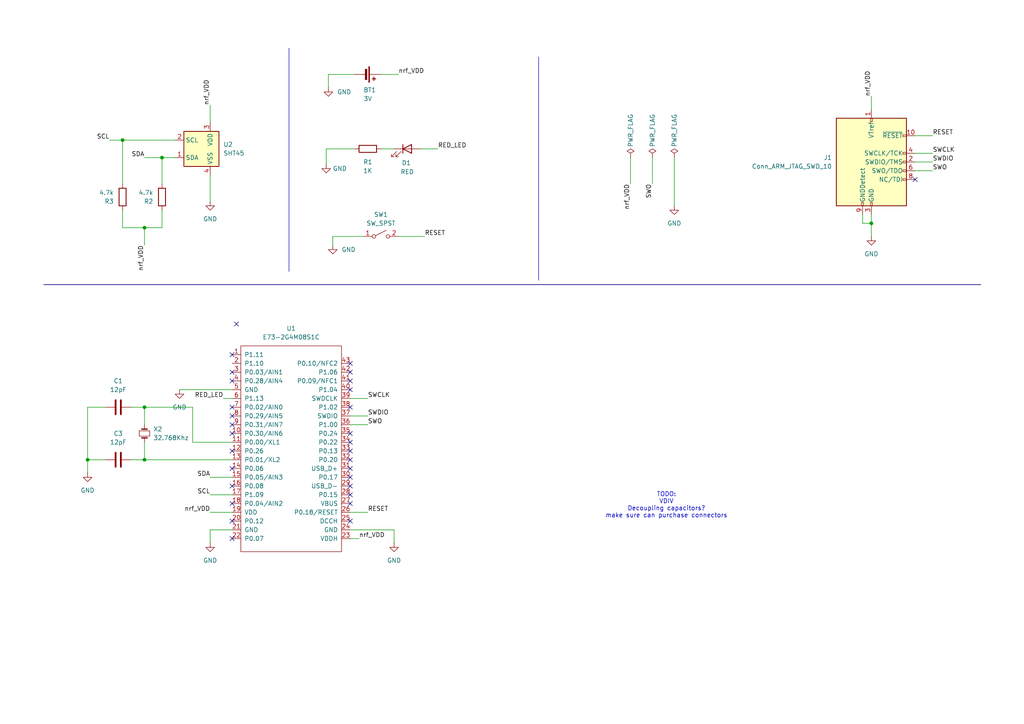
<source format=kicad_sch>
(kicad_sch (version 20231120) (generator "eeschema") (generator_version "8.0")
  (paper "A4")
  (title_block (title "Yuzu") (date "2024-04-22") (rev "0"))
  (lib_symbols
    (symbol "Connector:Conn_ARM_JTAG_SWD_10" (pin_names (offset 1.016))
      (property "Reference" "J" (at -2.54 16.51 0))
      (property "Value" "Conn_ARM_JTAG_SWD_10" (at -2.54 13.97 0))
      (symbol "Conn_ARM_JTAG_SWD_10_0_1"
        (rectangle (start -10.16 12.7) (end 10.16 -12.7) (stroke (width 0.254)) (fill (type background)))
        (rectangle (start -2.794 -12.7) (end -2.286 -11.684))
        (rectangle (start -0.254 -12.7) (end 0.254 -11.684))
        (rectangle (start -0.254 12.7) (end 0.254 11.684))
        (rectangle (start 9.144 2.286) (end 10.16 2.794))
        (rectangle (start 10.16 -2.794) (end 9.144 -2.286))
        (rectangle (start 10.16 -0.254) (end 9.144 0.254))
        (rectangle (start 10.16 7.874) (end 9.144 7.366))
      )
      (symbol "Conn_ARM_JTAG_SWD_10_1_1"
        (rectangle (start 9.144 -5.334) (end 10.16 -4.826))
        (pin power_in line (at 0 15.24 270) (length 2.54) (name "VTref") (number "1"))
        (pin open_collector line (at 12.7 7.62 180) (length 2.54) (name "~{RESET}") (number "10"))
        (pin bidirectional line (at 12.7 0 180) (length 2.54) (name "SWDIO/TMS") (number "2"))
        (pin power_in line (at 0 -15.24 90) (length 2.54) (name "GND") (number "3"))
        (pin output line (at 12.7 2.54 180) (length 2.54) (name "SWCLK/TCK") (number "4"))
        (pin passive line (at 0 -15.24 90) (length 2.54) hide (name "GND") (number "5"))
        (pin input line (at 12.7 -2.54 180) (length 2.54) (name "SWO/TDO") (number "6"))
        (pin no_connect line (at -10.16 0 0) (length 2.54) hide (name "KEY") (number "7"))
        (pin output line (at 12.7 -5.08 180) (length 2.54) (name "NC/TDI") (number "8"))
        (pin passive line (at -2.54 -15.24 90) (length 2.54) (name "GNDDetect") (number "9"))
      )
    )
    (symbol "Device:Battery_Cell" (pin_numbers hide) (pin_names (offset 0) hide)
      (property "Reference" "BT" (at 2.54 2.54 0))
      (property "Value" "Battery_Cell" (at 2.54 0 0))
      (symbol "Battery_Cell_0_1"
        (rectangle (start -2.286 1.778) (end 2.286 1.524) (fill (type outline)))
        (rectangle (start -1.524 1.016) (end 1.524 0.508) (fill (type outline)))
        (polyline (pts (xy 0 0.762) (xy 0 0)))
        (polyline (pts (xy 0 1.778) (xy 0 2.54)))
        (polyline (pts (xy 0.762 3.048) (xy 1.778 3.048)) (stroke (width 0.254)))
        (polyline (pts (xy 1.27 3.556) (xy 1.27 2.54)) (stroke (width 0.254)))
      )
      (symbol "Battery_Cell_1_1"
        (pin passive line (at 0 5.08 270) (length 2.54) (name "+") (number "1"))
        (pin passive line (at 0 -2.54 90) (length 2.54) (name "-") (number "2"))
      )
    )
    (symbol "Device:C" (pin_numbers hide) (pin_names (offset 0.254))
      (property "Reference" "C" (at 0.635 2.54 0))
      (property "Value" "C" (at 0.635 -2.54 0))
      (symbol "C_0_1"
        (polyline (pts (xy -2.032 -0.762) (xy 2.032 -0.762)) (stroke (width 0.508)))
        (polyline (pts (xy -2.032 0.762) (xy 2.032 0.762)) (stroke (width 0.508)))
      )
      (symbol "C_1_1"
        (pin passive line (at 0 3.81 270) (length 2.794) (name "~") (number "1"))
        (pin passive line (at 0 -3.81 90) (length 2.794) (name "~") (number "2"))
      )
    )
    (symbol "Device:Crystal_Small" (pin_numbers hide) (pin_names (offset 1.016) hide)
      (property "Reference" "Y" (at 0 2.54 0))
      (property "Value" "Crystal_Small" (at 0 -2.54 0))
      (symbol "Crystal_Small_0_1"
        (rectangle (start -0.762 -1.524) (end 0.762 1.524))
        (polyline (pts (xy -1.27 -0.762) (xy -1.27 0.762)) (stroke (width 0.381)))
        (polyline (pts (xy 1.27 -0.762) (xy 1.27 0.762)) (stroke (width 0.381)))
      )
      (symbol "Crystal_Small_1_1"
        (pin passive line (at -2.54 0 0) (length 1.27) (name "1") (number "1"))
        (pin passive line (at 2.54 0 180) (length 1.27) (name "2") (number "2"))
      )
    )
    (symbol "Device:LED" (pin_numbers hide) (pin_names (offset 1.016) hide)
      (property "Reference" "D" (at 0 2.54 0))
      (property "Value" "LED" (at 0 -2.54 0))
      (symbol "LED_0_1"
        (polyline (pts (xy -1.27 -1.27) (xy -1.27 1.27)) (stroke (width 0.254)))
        (polyline (pts (xy -1.27 0) (xy 1.27 0)))
        (polyline (pts (xy 1.27 -1.27) (xy 1.27 1.27) (xy -1.27 0) (xy 1.27 -1.27)) (stroke (width 0.254)))
        (polyline (pts (xy -3.048 -0.762) (xy -4.572 -2.286) (xy -3.81 -2.286) (xy -4.572 -2.286) (xy -4.572 -1.524)))
        (polyline (pts (xy -1.778 -0.762) (xy -3.302 -2.286) (xy -2.54 -2.286) (xy -3.302 -2.286) (xy -3.302 -1.524)))
      )
      (symbol "LED_1_1"
        (pin passive line (at -3.81 0 0) (length 2.54) (name "K") (number "1"))
        (pin passive line (at 3.81 0 180) (length 2.54) (name "A") (number "2"))
      )
    )
    (symbol "Device:R" (pin_numbers hide) (pin_names (offset 0))
      (property "Reference" "R" (at 2.032 0 90))
      (property "Value" "R" (at 0 0 90))
      (symbol "R_0_1"
        (rectangle (start -1.016 -2.54) (end 1.016 2.54) (stroke (width 0.254)))
      )
      (symbol "R_1_1"
        (pin passive line (at 0 3.81 270) (length 1.27) (name "~") (number "1"))
        (pin passive line (at 0 -3.81 90) (length 1.27) (name "~") (number "2"))
      )
    )
    (symbol "Sensor_Humidity:SHT4x"
      (property "Reference" "U" (at 0 8.89 0))
      (property "Value" "SHT4x" (at 0 6.35 0))
      (symbol "SHT4x_1_1"
        (rectangle (start -5.08 5.08) (end 5.08 -5.08) (stroke (width 0.254)) (fill (type background)))
        (pin bidirectional line (at -7.62 -2.54 0) (length 2.54) (name "SDA") (number "1"))
        (pin input line (at -7.62 2.54 0) (length 2.54) (name "SCL") (number "2"))
        (pin power_in line (at 2.54 7.62 270) (length 2.54) (name "VDD") (number "3"))
        (pin power_in line (at 2.54 -7.62 90) (length 2.54) (name "VSS") (number "4"))
      )
    )
    (symbol "Switch:SW_SPST" (pin_names (offset 0) hide)
      (property "Reference" "SW" (at 0 3.175 0))
      (property "Value" "SW_SPST" (at 0 -2.54 0))
      (symbol "SW_SPST_0_0"
        (circle (center -2.032 0) (radius 0.508))
        (polyline (pts (xy -1.524 0.254) (xy 1.524 1.778)))
        (circle (center 2.032 0) (radius 0.508))
      )
      (symbol "SW_SPST_1_1"
        (pin passive line (at -5.08 0 0) (length 2.54) (name "A") (number "1"))
        (pin passive line (at 5.08 0 180) (length 2.54) (name "B") (number "2"))
      )
    )
    (symbol "e73:E73-2G4M08S1C-52840" (pin_names (offset 1.016))
      (property "Reference" "U1" (at -0.635 34.671 0))
      (property "Value" "E73-2G4M08S1C" (at -0.635 32.3596 0))
      (symbol "E73-2G4M08S1C-52840_0_1"
        (rectangle (start -15.24 30.48) (end 13.97 -29.21))
      )
      (symbol "E73-2G4M08S1C-52840_1_1"
        (pin input line (at -17.78 27.94 0) (length 2.54) (name "P1.11") (number "1"))
        (pin input line (at -17.78 5.08 0) (length 2.54) (name "P0.30/AIN6") (number "10"))
        (pin input line (at -17.78 2.54 0) (length 2.54) (name "P0.00/XL1") (number "11"))
        (pin input line (at -17.78 0 0) (length 2.54) (name "P0.26") (number "12"))
        (pin input line (at -17.78 -2.54 0) (length 2.54) (name "P0.01/XL2") (number "13"))
        (pin input line (at -17.78 -5.08 0) (length 2.54) (name "P0.06") (number "14"))
        (pin input line (at -17.78 -7.62 0) (length 2.54) (name "P0.05/AIN3") (number "15"))
        (pin input line (at -17.78 -10.16 0) (length 2.54) (name "P0.08") (number "16"))
        (pin input line (at -17.78 -12.7 0) (length 2.54) (name "P1.09") (number "17"))
        (pin input line (at -17.78 -15.24 0) (length 2.54) (name "P0.04/AIN2") (number "18"))
        (pin power_in line (at -17.78 -17.78 0) (length 2.54) (name "VDD") (number "19"))
        (pin input line (at -17.78 25.4 0) (length 2.54) (name "P1.10") (number "2"))
        (pin input line (at -17.78 -20.32 0) (length 2.54) (name "P0.12") (number "20"))
        (pin power_in line (at -17.78 -22.86 0) (length 2.54) (name "GND") (number "21"))
        (pin input line (at -17.78 -25.4 0) (length 2.54) (name "P0.07") (number "22"))
        (pin power_in line (at 16.51 -25.4 180) (length 2.54) (name "VDDH") (number "23"))
        (pin power_in line (at 16.51 -22.86 180) (length 2.54) (name "GND") (number "24"))
        (pin power_out line (at 16.51 -20.32 180) (length 2.54) (name "DCCH") (number "25"))
        (pin input line (at 16.51 -17.78 180) (length 2.54) (name "P0.18/RESET") (number "26"))
        (pin power_in line (at 16.51 -15.24 180) (length 2.54) (name "VBUS") (number "27"))
        (pin power_in line (at 16.51 -12.7 180) (length 2.54) (name "P0.15") (number "28"))
        (pin input line (at 16.51 -10.16 180) (length 2.54) (name "USB_D-") (number "29"))
        (pin input line (at -17.78 22.86 0) (length 2.54) (name "P0.03/AIN1") (number "3"))
        (pin input line (at 16.51 -7.62 180) (length 2.54) (name "P0.17") (number "30"))
        (pin input line (at 16.51 -5.08 180) (length 2.54) (name "USB_D+") (number "31"))
        (pin input line (at 16.51 -2.54 180) (length 2.54) (name "P0.20") (number "32"))
        (pin input line (at 16.51 0 180) (length 2.54) (name "P0.13") (number "33"))
        (pin input line (at 16.51 2.54 180) (length 2.54) (name "P0.22") (number "34"))
        (pin input line (at 16.51 5.08 180) (length 2.54) (name "P0.24") (number "35"))
        (pin input line (at 16.51 7.62 180) (length 2.54) (name "P1.00") (number "36"))
        (pin input line (at 16.51 10.16 180) (length 2.54) (name "SWDIO") (number "37"))
        (pin input line (at 16.51 12.7 180) (length 2.54) (name "P1.02") (number "38"))
        (pin input line (at 16.51 15.24 180) (length 2.54) (name "SWDCLK") (number "39"))
        (pin input line (at -17.78 20.32 0) (length 2.54) (name "P0.28/AIN4") (number "4"))
        (pin input line (at 16.51 17.78 180) (length 2.54) (name "P1.04") (number "40"))
        (pin input line (at 16.51 20.32 180) (length 2.54) (name "P0.09/NFC1") (number "41"))
        (pin input line (at 16.51 22.86 180) (length 2.54) (name "P1.06") (number "42"))
        (pin input line (at 16.51 25.4 180) (length 2.54) (name "P0.10/NFC2") (number "43"))
        (pin power_in line (at -17.78 17.78 0) (length 2.54) (name "GND") (number "5"))
        (pin input line (at -17.78 15.24 0) (length 2.54) (name "P1.13") (number "6"))
        (pin input line (at -17.78 12.7 0) (length 2.54) (name "P0.02/AIN0") (number "7"))
        (pin input line (at -17.78 10.16 0) (length 2.54) (name "P0.29/AIN5") (number "8"))
        (pin input line (at -17.78 7.62 0) (length 2.54) (name "P0.31/AIN7") (number "9"))
      )
    )
    (symbol "power:GND" (power) (pin_numbers hide) (pin_names (offset 0) hide)
      (property "Value" "GND" (at 0 -3.81 0))
      (symbol "GND_0_1"
        (polyline (pts (xy 0 0) (xy 0 -1.27) (xy 1.27 -1.27) (xy 0 -2.54) (xy -1.27 -1.27) (xy 0 -1.27)))
      )
      (symbol "GND_1_1"
        (pin power_in line (at 0 0 270) (length 0) (name "~") (number "1"))
      )
    )
    (symbol "power:PWR_FLAG" (power) (pin_numbers hide) (pin_names (offset 0) hide)
      (property "Value" "PWR_FLAG" (at 0 3.81 0))
      (symbol "PWR_FLAG_0_0"
        (pin power_out line (at 0 0 90) (length 0) (name "~") (number "1"))
      )
      (symbol "PWR_FLAG_0_1"
        (polyline (pts (xy 0 0) (xy 0 1.27) (xy -1.016 1.905) (xy 0 2.54) (xy 1.016 1.905) (xy 0 1.27)))
      )
    )
  )
  (junction (at 41.91 118.11))
  (junction (at 25.4 133.35))
  (junction (at 35.56 40.64))
  (junction (at 46.99 45.72))
  (junction (at 41.91 66.04))
  (junction (at 252.73 64.77))
  (junction (at 41.91 133.35))
  (no_connect (at 101.6 107.95))
  (no_connect (at 67.31 110.49))
  (no_connect (at 67.31 125.73))
  (no_connect (at 101.6 110.49))
  (no_connect (at 101.6 105.41))
  (no_connect (at 101.6 146.05))
  (no_connect (at 67.31 130.81))
  (no_connect (at 101.6 113.03))
  (no_connect (at 67.31 156.21))
  (no_connect (at 101.6 130.81))
  (no_connect (at 101.6 151.13))
  (no_connect (at 101.6 140.97))
  (no_connect (at 67.31 151.13))
  (no_connect (at 67.31 146.05))
  (no_connect (at 68.58 93.98))
  (no_connect (at 101.6 133.35))
  (no_connect (at 101.6 143.51))
  (no_connect (at 67.31 107.95))
  (no_connect (at 67.31 140.97))
  (no_connect (at 101.6 118.11))
  (no_connect (at 67.31 118.11))
  (no_connect (at 101.6 138.43))
  (no_connect (at 265.43 52.07))
  (no_connect (at 101.6 125.73))
  (no_connect (at 101.6 128.27))
  (no_connect (at 67.31 135.89))
  (no_connect (at 101.6 135.89))
  (no_connect (at 67.31 102.87))
  (no_connect (at 67.31 120.65))
  (no_connect (at 67.31 123.19))
  (wire (pts (xy 31.75 40.64) (xy 35.56 40.64)))
  (wire (pts (xy 252.73 64.77) (xy 252.73 68.58)))
  (wire (pts (xy 67.31 113.03) (xy 52.07 113.03)))
  (wire (pts (xy 114.3 153.67) (xy 114.3 157.48)))
  (wire (pts (xy 25.4 133.35) (xy 30.48 133.35)))
  (wire (pts (xy 265.43 46.99) (xy 270.51 46.99)))
  (wire (pts (xy 95.25 21.59) (xy 102.87 21.59)))
  (polyline (pts (xy 156.21 16.51) (xy 156.21 81.28)))
  (wire (pts (xy 46.99 45.72) (xy 50.8 45.72)))
  (wire (pts (xy 250.19 64.77) (xy 252.73 64.77)))
  (wire (pts (xy 41.91 133.35) (xy 67.31 133.35)))
  (wire (pts (xy 46.99 66.04) (xy 41.91 66.04)))
  (wire (pts (xy 41.91 118.11) (xy 41.91 123.19)))
  (wire (pts (xy 60.96 50.8) (xy 60.96 58.42)))
  (wire (pts (xy 41.91 45.72) (xy 46.99 45.72)))
  (wire (pts (xy 35.56 40.64) (xy 35.56 53.34)))
  (wire (pts (xy 101.6 115.57) (xy 106.68 115.57)))
  (wire (pts (xy 25.4 133.35) (xy 25.4 137.16)))
  (wire (pts (xy 25.4 118.11) (xy 25.4 133.35)))
  (wire (pts (xy 95.25 25.4) (xy 95.25 21.59)))
  (wire (pts (xy 265.43 44.45) (xy 270.51 44.45)))
  (wire (pts (xy 60.96 138.43) (xy 67.31 138.43)))
  (wire (pts (xy 60.96 153.67) (xy 60.96 157.48)))
  (wire (pts (xy 252.73 27.94) (xy 252.73 31.75)))
  (wire (pts (xy 101.6 156.21) (xy 104.14 156.21)))
  (wire (pts (xy 60.96 30.48) (xy 60.96 35.56)))
  (wire (pts (xy 55.88 118.11) (xy 55.88 128.27)))
  (polyline (pts (xy 12.7 82.55) (xy 284.48 82.55)) (stroke (width 0) (color 132 0 0 1)))
  (wire (pts (xy 60.96 148.59) (xy 67.31 148.59)))
  (wire (pts (xy 252.73 62.23) (xy 252.73 64.77)))
  (wire (pts (xy 101.6 120.65) (xy 106.68 120.65)))
  (wire (pts (xy 110.49 21.59) (xy 115.57 21.59)))
  (wire (pts (xy 105.41 68.58) (xy 96.52 68.58)))
  (wire (pts (xy 182.88 45.72) (xy 182.88 53.34)))
  (wire (pts (xy 64.77 115.57) (xy 67.31 115.57)))
  (wire (pts (xy 46.99 66.04) (xy 46.99 60.96)))
  (wire (pts (xy 115.57 68.58) (xy 123.19 68.58)))
  (wire (pts (xy 35.56 40.64) (xy 50.8 40.64)))
  (wire (pts (xy 35.56 66.04) (xy 35.56 60.96)))
  (wire (pts (xy 265.43 49.53) (xy 270.51 49.53)))
  (wire (pts (xy 195.58 45.72) (xy 195.58 59.69)))
  (wire (pts (xy 101.6 153.67) (xy 114.3 153.67)))
  (wire (pts (xy 250.19 62.23) (xy 250.19 64.77)))
  (wire (pts (xy 101.6 148.59) (xy 106.68 148.59)))
  (wire (pts (xy 101.6 123.19) (xy 106.68 123.19)))
  (wire (pts (xy 38.1 133.35) (xy 41.91 133.35)))
  (wire (pts (xy 41.91 128.27) (xy 41.91 133.35)))
  (wire (pts (xy 30.48 118.11) (xy 25.4 118.11)))
  (wire (pts (xy 114.3 43.18) (xy 110.49 43.18)))
  (wire (pts (xy 94.615 47.625) (xy 94.615 43.18)))
  (wire (pts (xy 127 43.18) (xy 121.92 43.18)))
  (wire (pts (xy 41.91 118.11) (xy 55.88 118.11)))
  (wire (pts (xy 41.91 71.12) (xy 41.91 66.04)))
  (wire (pts (xy 265.43 39.37) (xy 270.51 39.37)))
  (wire (pts (xy 46.99 45.72) (xy 46.99 53.34)))
  (wire (pts (xy 60.96 143.51) (xy 67.31 143.51)))
  (wire (pts (xy 67.31 128.27) (xy 55.88 128.27)))
  (wire (pts (xy 94.615 43.18) (xy 102.87 43.18)))
  (wire (pts (xy 60.96 153.67) (xy 67.31 153.67)))
  (wire (pts (xy 38.1 118.11) (xy 41.91 118.11)))
  (wire (pts (xy 35.56 66.04) (xy 41.91 66.04)))
  (wire (pts (xy 96.52 68.58) (xy 96.52 71.12)))
  (wire (pts (xy 189.23 45.72) (xy 189.23 53.34)))
  (polyline (pts (xy 12.7 82.55) (xy 284.48 82.55)))
  (polyline (pts (xy 83.82 13.97) (xy 83.82 78.74)))
  (text "TODO:\nVDIV\nDecoupling capacitors?\nmake sure can purchase connectors" (at 193.294 146.558 0) (effects (font (size 1.27 1.27))))
  (label "RESET" (at 106.68 148.59 0))
  (label "SDA" (at 41.91 45.72 180))
  (label "SCL" (at 60.96 143.51 180))
  (label "RED_LED" (at 64.77 115.57 180))
  (label "SWO" (at 106.68 123.19 0))
  (label "nrf_VDD" (at 252.73 27.94 90))
  (label "SCL" (at 31.75 40.64 180))
  (label "SWDIO" (at 270.51 46.99 0))
  (label "nrf_VDD" (at 115.57 21.59 0))
  (label "SWCLK" (at 270.51 44.45 0))
  (label "RESET" (at 270.51 39.37 0))
  (label "SDA" (at 60.96 138.43 180))
  (label "SWO" (at 189.23 53.34 270))
  (label "nrf_VDD" (at 60.96 30.48 90))
  (label "nrf_VDD" (at 41.91 71.12 270))
  (label "SWO" (at 270.51 49.53 0))
  (label "RED_LED" (at 127 43.18 0))
  (label "SWDIO" (at 106.68 120.65 0))
  (label "nrf_VDD" (at 60.96 148.59 180))
  (label "SWCLK" (at 106.68 115.57 0))
  (label "RESET" (at 123.19 68.58 0))
  (label "nrf_VDD" (at 104.14 156.21 0))
  (label "nrf_VDD" (at 182.88 53.34 270))
  (symbol (lib_id "Connector:Conn_ARM_JTAG_SWD_10") (at 252.73 46.99 0) (unit 1)
    (property "Reference" "J1" (at 241.3 45.7199 0) (effects (justify right)))
    (property "Value" "Conn_ARM_JTAG_SWD_10" (at 241.3 48.2599 0) (effects (justify right)))
    (property "Footprint" "Samtec:FTSH-105-01-L-DV-K" (effects (hide yes)))
    (property "Datasheet" "http://infocenter.arm.com/help/topic/com.arm.doc.ddi0314h/DDI0314H_coresight_components_trm.pdf" (effects (hide yes)))
    (property "Description" "Cortex Debug Connector, standard ARM Cortex-M SWD and JTAG interface" (effects (hide yes)))
  )
  (symbol (lib_id "power:PWR_FLAG") (at 195.58 45.72 0) (unit 1)
    (property "Reference" "#FLG02" (effects (hide yes)))
    (property "Value" "PWR_FLAG" (at 195.58 37.846 90))
    (property "Description" "Special symbol for telling ERC where power comes from" (effects (hide yes)))
  )
  (symbol (lib_id "Device:Battery_Cell") (at 105.41 21.59 270) (unit 1)
    (property "Reference" "BT1" (at 105.41 26.0984 90) (effects (justify left)))
    (property "Value" "3V" (at 105.41 28.6384 90) (effects (justify left)))
    (property "Footprint" "Battery:BatteryHolder_Keystone_3034_1x20mm" (effects (hide yes)))
    (property "Description" "Single-cell battery" (effects (hide yes)))
  )
  (symbol (lib_id "power:GND") (at 252.73 68.58 0) (unit 1)
    (property "Reference" "#PWR08" (effects (hide yes)))
    (property "Value" "GND" (at 252.73 73.66 0))
    (property "Description" "Power symbol creates a global label with name \"GND\" , ground" (effects (hide yes)))
  )
  (symbol (lib_id "power:GND") (at 195.58 59.69 0) (unit 1)
    (property "Reference" "#PWR05" (effects (hide yes)))
    (property "Value" "GND" (at 195.58 64.77 0))
    (property "Description" "Power symbol creates a global label with name \"GND\" , ground" (effects (hide yes)))
  )
  (symbol (lib_id "power:GND") (at 52.07 113.03 0) (unit 1)
    (property "Reference" "#PWR03" (effects (hide yes)))
    (property "Value" "GND" (at 52.07 118.11 0))
    (property "Description" "Power symbol creates a global label with name \"GND\" , ground" (effects (hide yes)))
  )
  (symbol (lib_id "power:GND") (at 94.615 47.625 0) (unit 1)
    (property "Reference" "#PWR09" (effects (hide yes)))
    (property "Value" "GND" (at 96.52 48.8949 0) (effects (justify left)))
    (property "Description" "Power symbol creates a global label with name \"GND\" , ground" (effects (hide yes)))
  )
  (symbol (lib_id "power:PWR_FLAG") (at 182.88 45.72 0) (unit 1)
    (property "Reference" "#FLG03" (effects (hide yes)))
    (property "Value" "PWR_FLAG" (at 182.88 37.846 90))
    (property "Description" "Special symbol for telling ERC where power comes from" (effects (hide yes)))
  )
  (symbol (lib_id "Device:R") (at 46.99 57.15 180) (unit 1)
    (property "Reference" "R2" (at 44.45 58.4201 0) (effects (justify left)))
    (property "Value" "4.7k" (at 44.45 55.8801 0) (effects (justify left)))
    (property "Footprint" "Resistor_SMD:R_0603_1608Metric" (effects (hide yes)))
    (property "Description" "Resistor" (effects (hide yes)))
  )
  (symbol (lib_id "power:GND") (at 25.4 137.16 0) (unit 1)
    (property "Reference" "#PWR01" (effects (hide yes)))
    (property "Value" "GND" (at 25.4 142.24 0))
    (property "Description" "Power symbol creates a global label with name \"GND\" , ground" (effects (hide yes)))
  )
  (symbol (lib_id "Device:R") (at 106.68 43.18 270) (unit 1)
    (property "Reference" "R1" (at 106.68 46.99 90))
    (property "Value" "1K" (at 106.68 49.53 90))
    (property "Footprint" "Resistor_SMD:R_0603_1608Metric" (effects (hide yes)))
    (property "Description" "Resistor" (effects (hide yes)))
  )
  (symbol (lib_id "Device:LED") (at 118.11 43.18 0) (unit 1)
    (property "Reference" "D1" (at 117.856 47.244 0))
    (property "Value" "RED" (at 118.11 49.8475 0))
    (property "Footprint" "LED_SMD:LED_0603_1608Metric" (effects (hide yes)))
    (property "Description" "Light emitting diode" (effects (hide yes)))
  )
  (symbol (lib_id "power:PWR_FLAG") (at 189.23 45.72 0) (unit 1)
    (property "Reference" "#FLG05" (effects (hide yes)))
    (property "Value" "PWR_FLAG" (at 189.23 37.846 90))
    (property "Description" "Special symbol for telling ERC where power comes from" (effects (hide yes)))
  )
  (symbol (lib_id "power:GND") (at 60.96 157.48 0) (unit 1)
    (property "Reference" "#PWR07" (effects (hide yes)))
    (property "Value" "GND" (at 60.96 162.56 0))
    (property "Description" "Power symbol creates a global label with name \"GND\" , ground" (effects (hide yes)))
  )
  (symbol (lib_id "power:GND") (at 95.25 25.4 0) (unit 1)
    (property "Reference" "#PWR04" (effects (hide yes)))
    (property "Value" "GND" (at 97.79 26.6699 0) (effects (justify left)))
    (property "Description" "Power symbol creates a global label with name \"GND\" , ground" (effects (hide yes)))
  )
  (symbol (lib_id "power:GND") (at 96.52 71.12 0) (unit 1)
    (property "Reference" "#PWR010" (effects (hide yes)))
    (property "Value" "GND" (at 99.06 72.3899 0) (effects (justify left)))
    (property "Description" "Power symbol creates a global label with name \"GND\" , ground" (effects (hide yes)))
  )
  (symbol (lib_id "Device:Crystal_Small") (at 41.91 125.73 90) (unit 1)
    (property "Reference" "X2" (at 44.45 124.46 90) (effects (justify right)))
    (property "Value" "32.768Khz" (at 44.45 127 90) (effects (justify right)))
    (property "Footprint" "Crystal:Crystal_SMD_3215-2Pin_3.2x1.5mm" (effects (hide yes)))
    (property "Description" "Two pin crystal, small symbol" (effects (hide yes)))
    (property "LCSC" "Q13FC13500004" (effects (hide yes)))
  )
  (symbol (lib_id "Sensor_Humidity:SHT4x") (at 58.42 43.18 0) (unit 1)
    (property "Reference" "U2" (at 64.77 41.9099 0) (effects (justify left)))
    (property "Value" "SHT45" (at 64.77 44.4499 0) (effects (justify left)))
    (property "Footprint" "Sensor_Humidity:Sensirion_DFN-4_1.5x1.5mm_P0.8mm_SHT4x_NoCentralPad" (effects (hide yes)))
    (property "Datasheet" "https://sensirion.com/media/documents/33FD6951/624C4357/Datasheet_SHT4x.pdf" (effects (hide yes)))
    (property "Description" "Digital Humidity and Temperature Sensor, +/-1%RH, +/-0.1degC, I2C, 1.08-3.6V, 16bit, DFN-4" (effects (hide yes)))
  )
  (symbol (lib_id "power:GND") (at 114.3 157.48 0) (unit 1)
    (property "Reference" "#PWR02" (effects (hide yes)))
    (property "Value" "GND" (at 114.3 162.56 0))
    (property "Description" "Power symbol creates a global label with name \"GND\" , ground" (effects (hide yes)))
  )
  (symbol (lib_id "Device:R") (at 35.56 57.15 180) (unit 1)
    (property "Reference" "R3" (at 33.02 58.4201 0) (effects (justify left)))
    (property "Value" "4.7k" (at 33.02 55.8801 0) (effects (justify left)))
    (property "Footprint" "Resistor_SMD:R_0603_1608Metric" (effects (hide yes)))
    (property "Description" "Resistor" (effects (hide yes)))
  )
  (symbol (lib_id "Switch:SW_SPST") (at 110.49 68.58 0) (unit 1)
    (property "Reference" "SW1" (at 110.49 62.23 0))
    (property "Value" "SW_SPST" (at 110.49 64.77 0))
    (property "Footprint" "Button_Switch_SMD:SW_SPST_B3U-1000P" (effects (hide yes)))
    (property "Description" "Single Pole Single Throw (SPST) switch" (effects (hide yes)))
  )
  (symbol (lib_id "Device:C") (at 34.29 118.11 270) (unit 1)
    (property "Reference" "C1" (at 34.29 110.49 90))
    (property "Value" "12pF" (at 34.29 113.03 90))
    (property "Footprint" "Capacitor_SMD:C_0402_1005Metric_Pad0.74x0.62mm_HandSolder" (effects (hide yes)))
    (property "Description" "Unpolarized capacitor" (effects (hide yes)))
  )
  (symbol (lib_id "power:GND") (at 60.96 58.42 0) (unit 1)
    (property "Reference" "#PWR06" (effects (hide yes)))
    (property "Value" "GND" (at 60.96 63.5 0))
    (property "Description" "Power symbol creates a global label with name \"GND\" , ground" (effects (hide yes)))
  )
  (symbol (lib_id "e73:E73-2G4M08S1C-52840") (at 85.09 130.81 0) (unit 1)
    (property "Reference" "U1" (at 84.455 95.25 0))
    (property "Value" "E73-2G4M08S1C" (at 84.455 97.79 0))
    (property "Footprint" "yuzu:E73-2G4M08S1C-52840_SMD" (effects (hide yes)))
  )
  (symbol (lib_id "Device:C") (at 34.29 133.35 270) (unit 1)
    (property "Reference" "C3" (at 34.29 125.73 90))
    (property "Value" "12pF" (at 34.29 128.27 90))
    (property "Footprint" "Capacitor_SMD:C_0402_1005Metric_Pad0.74x0.62mm_HandSolder" (effects (hide yes)))
    (property "Description" "Unpolarized capacitor" (effects (hide yes)))
  )
)
</source>
